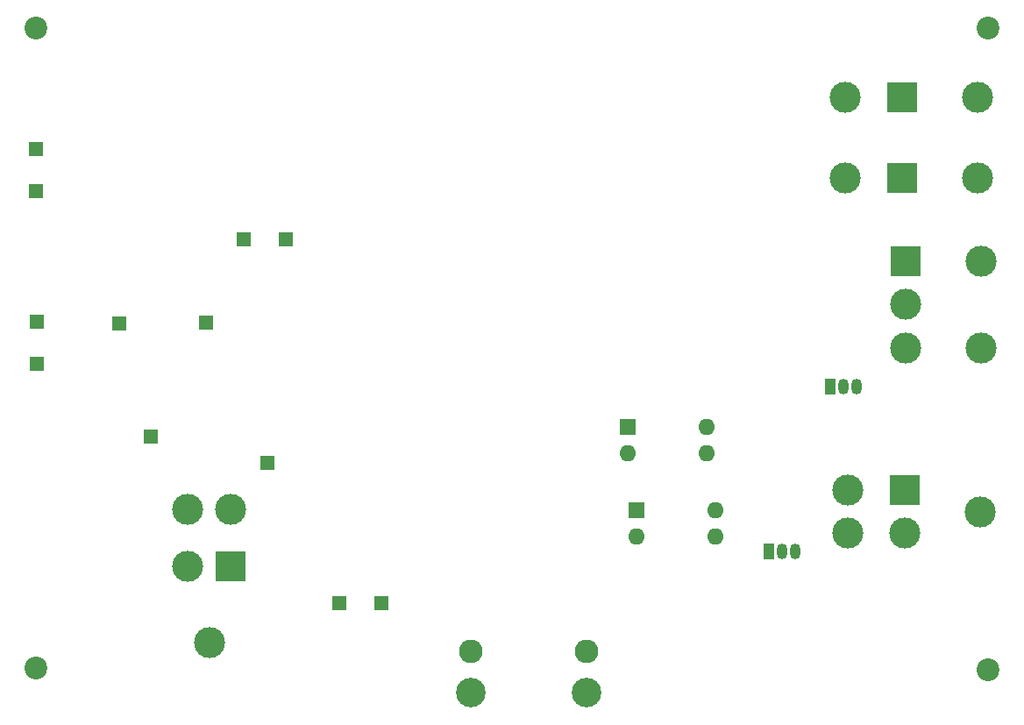
<source format=gbr>
%TF.GenerationSoftware,KiCad,Pcbnew,8.0.0*%
%TF.CreationDate,2024-03-30T18:18:10+01:00*%
%TF.ProjectId,MCU,4d43552e-6b69-4636-9164-5f7063625858,rev?*%
%TF.SameCoordinates,Original*%
%TF.FileFunction,Soldermask,Bot*%
%TF.FilePolarity,Negative*%
%FSLAX46Y46*%
G04 Gerber Fmt 4.6, Leading zero omitted, Abs format (unit mm)*
G04 Created by KiCad (PCBNEW 8.0.0) date 2024-03-30 18:18:10*
%MOMM*%
%LPD*%
G01*
G04 APERTURE LIST*
%ADD10C,3.000000*%
%ADD11R,3.000000X3.000000*%
%ADD12C,2.850000*%
%ADD13C,2.280000*%
%ADD14R,1.350000X1.350000*%
%ADD15O,1.050000X1.500000*%
%ADD16R,1.050000X1.500000*%
%ADD17C,2.200000*%
%ADD18O,1.600000X1.600000*%
%ADD19R,1.600000X1.600000*%
G04 APERTURE END LIST*
D10*
%TO.C,J3*%
X146287100Y-89084250D03*
X146287100Y-80684250D03*
D11*
X138987100Y-80684250D03*
D10*
X138987100Y-84884250D03*
X138987100Y-89084250D03*
%TD*%
%TO.C,J4*%
X145978100Y-72684250D03*
D11*
X138678100Y-72684250D03*
D10*
X133178100Y-72684250D03*
%TD*%
D12*
%TO.C,P1*%
X96980000Y-122400000D03*
X108220000Y-122400000D03*
D13*
X108220000Y-118400000D03*
X96980000Y-118400000D03*
%TD*%
D14*
%TO.C,TP11*%
X66100000Y-97600000D03*
%TD*%
%TO.C,TP9*%
X71480000Y-86620000D03*
%TD*%
D10*
%TO.C,J1*%
X133178100Y-64884250D03*
D11*
X138678100Y-64884250D03*
D10*
X145978100Y-64884250D03*
%TD*%
D15*
%TO.C,Q2*%
X134290000Y-92800000D03*
X133020000Y-92800000D03*
D16*
X131750000Y-92800000D03*
%TD*%
D17*
%TO.C,H4*%
X147000000Y-120200000D03*
%TD*%
D10*
%TO.C,J6*%
X133378100Y-106984250D03*
X133378100Y-102784250D03*
X138878100Y-106984250D03*
D11*
X138878100Y-102784250D03*
D10*
X146178100Y-104884250D03*
%TD*%
D18*
%TO.C,U6*%
X120670000Y-104725000D03*
X120670000Y-107265000D03*
X113050000Y-107265000D03*
D19*
X113050000Y-104725000D03*
%TD*%
D14*
%TO.C,TP6*%
X75075000Y-78600000D03*
%TD*%
%TO.C,TP3*%
X55100000Y-86550000D03*
%TD*%
D17*
%TO.C,H3*%
X55000000Y-120000000D03*
%TD*%
D14*
%TO.C,TP1*%
X55000000Y-69900000D03*
%TD*%
%TO.C,TP4*%
X55100000Y-90600000D03*
%TD*%
%TO.C,TP2*%
X55000000Y-73950000D03*
%TD*%
D18*
%TO.C,U7*%
X119770000Y-96675000D03*
X119770000Y-99215000D03*
X112150000Y-99215000D03*
D19*
X112150000Y-96675000D03*
%TD*%
D17*
%TO.C,H2*%
X55000000Y-58200000D03*
%TD*%
D14*
%TO.C,TP8*%
X88400000Y-113700000D03*
%TD*%
%TO.C,TP7*%
X84350000Y-113700000D03*
%TD*%
D15*
%TO.C,Q1*%
X128320000Y-108710000D03*
X127050000Y-108710000D03*
D16*
X125780000Y-108710000D03*
%TD*%
D10*
%TO.C,J2*%
X69650000Y-104700000D03*
X73850000Y-104700000D03*
X69650000Y-110200000D03*
D11*
X73850000Y-110200000D03*
D10*
X71750000Y-117500000D03*
%TD*%
D17*
%TO.C,H1*%
X147000000Y-58200000D03*
%TD*%
D14*
%TO.C,TP10*%
X63100000Y-86700000D03*
%TD*%
%TO.C,TP11*%
X77350000Y-100150000D03*
%TD*%
%TO.C,TP5*%
X79125000Y-78600000D03*
%TD*%
M02*

</source>
